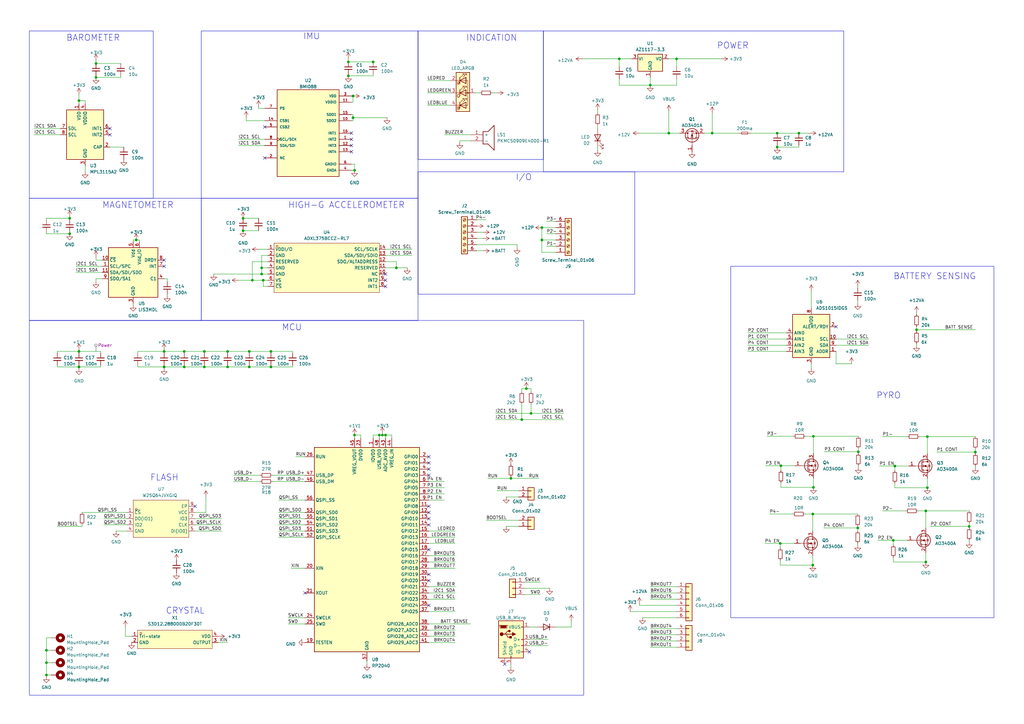
<source format=kicad_sch>
(kicad_sch (version 20230121) (generator eeschema)
  (paper "A3")
  (title_block (title "LYRA Flight Computer V3") (date "2023-11-23") (rev "0") (company "Polaris Rocketry Systems"))
  (junction (at 75.565 150.495))
  (junction (at 352.044 185.293))
  (junction (at 318.77 54.61))
  (junction (at 213.995 172.085))
  (junction (at 274.32 54.61))
  (junction (at 367.03 191.135))
  (junction (at 83.82 144.145))
  (junction (at 55.88 98.425))
  (junction (at 19.05 271.78))
  (junction (at 144.78 39.37))
  (junction (at 380.365 200.025))
  (junction (at 266.7 34.925))
  (junction (at 93.345 150.495))
  (junction (at 320.04 222.885))
  (junction (at 39.37 26.035))
  (junction (at 351.79 216.535))
  (junction (at 39.37 31.75))
  (junction (at 99.695 89.535))
  (junction (at 153.035 25.4))
  (junction (at 155.575 178.435))
  (junction (at 32.385 41.275))
  (junction (at 222.25 93.345))
  (junction (at 28.575 95.885))
  (junction (at 142.875 31.115))
  (junction (at 19.05 276.86))
  (junction (at 215.9 159.385))
  (junction (at 320.294 191.008))
  (junction (at 222.25 98.425))
  (junction (at 333.629 178.943))
  (junction (at 400.05 185.42))
  (junction (at 102.235 144.145))
  (junction (at 67.31 150.495))
  (junction (at 366.395 221.615))
  (junction (at 333.629 199.898))
  (junction (at 28.575 89.535))
  (junction (at 102.235 150.495))
  (junction (at 19.05 266.7))
  (junction (at 145.415 69.85))
  (junction (at 83.82 150.495))
  (junction (at 379.73 230.505))
  (junction (at 32.385 150.495))
  (junction (at 217.805 169.545))
  (junction (at 333.375 210.82))
  (junction (at 327.66 54.61))
  (junction (at 103.505 114.935))
  (junction (at 144.78 48.26))
  (junction (at 380.365 179.07))
  (junction (at 375.92 135.255))
  (junction (at 111.125 150.495))
  (junction (at 145.415 178.435))
  (junction (at 397.51 215.9))
  (junction (at 277.495 24.13))
  (junction (at 107.315 109.855))
  (junction (at 107.315 112.395))
  (junction (at 142.875 25.4))
  (junction (at 67.31 144.145))
  (junction (at 333.375 231.775))
  (junction (at 107.95 114.935))
  (junction (at 75.565 144.145))
  (junction (at 32.385 144.145))
  (junction (at 156.845 178.435))
  (junction (at 318.77 60.325))
  (junction (at 292.1 54.61))
  (junction (at 209.55 196.215))
  (junction (at 254 24.13))
  (junction (at 379.73 209.55))
  (junction (at 111.125 144.145))
  (junction (at 93.345 144.145))
  (junction (at 162.56 109.855))
  (junction (at 158.115 178.435))
  (junction (at 99.695 94.615))
  (no_connect (at 80.01 207.645))
  (no_connect (at 144.145 57.15))
  (no_connect (at 175.895 194.945))
  (no_connect (at 175.895 248.285))
  (no_connect (at 175.895 189.865))
  (no_connect (at 175.895 215.265))
  (no_connect (at 175.895 238.125))
  (no_connect (at 108.585 64.77))
  (no_connect (at 45.085 55.245))
  (no_connect (at 207.01 272.415))
  (no_connect (at 217.17 267.335))
  (no_connect (at 108.585 52.07))
  (no_connect (at 144.145 54.61))
  (no_connect (at 342.9 133.985))
  (no_connect (at 175.895 192.405))
  (no_connect (at 67.31 109.22))
  (no_connect (at 125.095 243.205))
  (no_connect (at 175.895 235.585))
  (no_connect (at 175.895 210.185))
  (no_connect (at 158.115 117.475))
  (no_connect (at 175.895 212.725))
  (no_connect (at 67.31 106.68))
  (no_connect (at 158.115 112.395))
  (no_connect (at 45.085 52.705))
  (no_connect (at 175.895 225.425))
  (no_connect (at 144.145 59.69))
  (no_connect (at 175.895 187.325))
  (no_connect (at 144.145 62.23))
  (no_connect (at 158.115 114.935))
  (no_connect (at 175.895 207.645))
  (wire (pts (xy 106.045 102.235) (xy 109.855 102.235)))
  (wire (pts (xy 39.37 24.765) (xy 39.37 26.035)))
  (wire (pts (xy 121.285 187.325) (xy 125.095 187.325)))
  (wire (pts (xy 320.294 199.898) (xy 333.629 199.898)))
  (wire (pts (xy 212.725 215.9) (xy 207.645 215.9)))
  (wire (pts (xy 352.044 191.008) (xy 352.044 191.643)))
  (wire (pts (xy 209.55 196.215) (xy 220.98 196.215)))
  (wire (pts (xy 366.395 230.505) (xy 366.395 228.6)))
  (wire (pts (xy 222.25 98.425) (xy 222.25 103.505)))
  (wire (pts (xy 97.79 114.935) (xy 103.505 114.935)))
  (wire (pts (xy 175.895 250.825) (xy 186.69 250.825)))
  (wire (pts (xy 277.495 260.35) (xy 266.7 260.35)))
  (wire (pts (xy 274.32 45.72) (xy 274.32 54.61)))
  (wire (pts (xy 68.58 120.65) (xy 68.58 121.285)))
  (wire (pts (xy 182.245 200.025) (xy 175.895 200.025)))
  (wire (pts (xy 306.705 136.525) (xy 322.58 136.525)))
  (wire (pts (xy 397.51 221.615) (xy 397.51 222.25)))
  (wire (pts (xy 209.55 272.415) (xy 209.55 273.685)))
  (wire (pts (xy 188.595 57.785) (xy 193.04 57.785)))
  (wire (pts (xy 145.415 67.31) (xy 145.415 69.85)))
  (wire (pts (xy 153.035 179.705) (xy 153.035 178.435)))
  (wire (pts (xy 360.045 221.615) (xy 366.395 221.615)))
  (wire (pts (xy 118.11 253.365) (xy 125.095 253.365)))
  (wire (pts (xy 93.345 144.145) (xy 102.235 144.145)))
  (wire (pts (xy 19.05 271.78) (xy 19.05 266.7)))
  (wire (pts (xy 147.955 178.435) (xy 147.955 179.705)))
  (wire (pts (xy 49.53 31.115) (xy 49.53 31.75)))
  (wire (pts (xy 175.895 233.045) (xy 186.69 233.045)))
  (wire (pts (xy 277.495 24.13) (xy 277.495 27.305)))
  (wire (pts (xy 195.58 97.79) (xy 198.12 97.79)))
  (wire (pts (xy 213.995 159.385) (xy 215.9 159.385)))
  (wire (pts (xy 182.386 55.2537) (xy 189.865 55.2537)))
  (wire (pts (xy 175.895 245.745) (xy 186.69 245.745)))
  (wire (pts (xy 80.01 212.725) (xy 90.805 212.725)))
  (wire (pts (xy 109.855 107.315) (xy 103.505 107.315)))
  (wire (pts (xy 144.145 49.53) (xy 144.78 49.53)))
  (wire (pts (xy 56.515 144.145) (xy 67.31 144.145)))
  (wire (pts (xy 292.1 46.355) (xy 292.1 54.61)))
  (wire (pts (xy 142.875 30.48) (xy 142.875 31.115)))
  (wire (pts (xy 351.79 123.19) (xy 351.79 124.46)))
  (wire (pts (xy 212.09 100.33) (xy 195.58 100.33)))
  (wire (pts (xy 125.095 233.045) (xy 119.38 233.045)))
  (wire (pts (xy 352.044 185.293) (xy 352.044 185.928)))
  (wire (pts (xy 111.125 144.145) (xy 120.015 144.145)))
  (wire (pts (xy 114.3 217.805) (xy 125.095 217.805)))
  (wire (pts (xy 175.895 255.905) (xy 193.04 255.905)))
  (wire (pts (xy 222.25 93.345) (xy 227.965 93.345)))
  (wire (pts (xy 32.385 41.275) (xy 32.385 42.545)))
  (wire (pts (xy 45.085 60.325) (xy 50.8 60.325)))
  (wire (pts (xy 55.88 98.425) (xy 57.15 98.425)))
  (wire (pts (xy 201.93 38.1) (xy 203.835 38.1)))
  (wire (pts (xy 39.37 106.68) (xy 41.91 106.68)))
  (wire (pts (xy 75.565 144.145) (xy 83.82 144.145)))
  (wire (pts (xy 111.76 197.485) (xy 125.095 197.485)))
  (wire (pts (xy 114.3 212.725) (xy 125.095 212.725)))
  (wire (pts (xy 351.79 215.9) (xy 351.79 216.535)))
  (wire (pts (xy 108.585 59.69) (xy 97.79 59.69)))
  (wire (pts (xy 39.37 115.57) (xy 39.37 114.3)))
  (wire (pts (xy 158.115 107.315) (xy 162.56 107.315)))
  (wire (pts (xy 19.05 266.7) (xy 20.955 266.7)))
  (wire (pts (xy 342.9 141.605) (xy 356.235 141.605)))
  (wire (pts (xy 103.505 107.315) (xy 103.505 114.935)))
  (wire (pts (xy 195.58 95.25) (xy 198.12 95.25)))
  (wire (pts (xy 56.515 150.495) (xy 56.515 149.86)))
  (wire (pts (xy 254 24.13) (xy 259.08 24.13)))
  (wire (pts (xy 19.05 277.495) (xy 19.05 276.86)))
  (wire (pts (xy 111.125 150.495) (xy 111.125 149.86)))
  (wire (pts (xy 361.95 179.07) (xy 372.11 179.07)))
  (wire (pts (xy 107.95 114.935) (xy 109.855 114.935)))
  (wire (pts (xy 330.454 178.943) (xy 333.629 178.943)))
  (wire (pts (xy 42.545 212.725) (xy 52.07 212.725)))
  (wire (pts (xy 175.895 222.885) (xy 186.69 222.885)))
  (wire (pts (xy 217.17 262.255) (xy 224.79 262.255)))
  (wire (pts (xy 379.73 226.695) (xy 379.73 230.505)))
  (wire (pts (xy 32.385 144.145) (xy 41.275 144.145)))
  (wire (pts (xy 19.05 276.86) (xy 19.05 271.78)))
  (wire (pts (xy 263.525 253.365) (xy 277.495 253.365)))
  (wire (pts (xy 145.415 178.435) (xy 145.415 179.705)))
  (wire (pts (xy 195.58 102.87) (xy 198.12 102.87)))
  (wire (pts (xy 320.04 224.79) (xy 320.04 222.885)))
  (wire (pts (xy 67.31 144.145) (xy 67.31 144.78)))
  (wire (pts (xy 107.315 112.395) (xy 109.855 112.395)))
  (wire (pts (xy 32.385 143.51) (xy 32.385 144.145)))
  (wire (pts (xy 162.56 109.855) (xy 167.005 109.855)))
  (wire (pts (xy 333.629 178.943) (xy 333.629 185.928)))
  (wire (pts (xy 83.82 150.495) (xy 93.345 150.495)))
  (wire (pts (xy 120.015 150.495) (xy 120.015 149.86)))
  (wire (pts (xy 162.56 109.855) (xy 162.56 107.315)))
  (wire (pts (xy 366.395 221.615) (xy 372.11 221.615)))
  (wire (pts (xy 19.05 266.7) (xy 19.05 261.62)))
  (wire (pts (xy 333.375 227.965) (xy 333.375 231.775)))
  (wire (pts (xy 93.345 263.525) (xy 89.535 263.525)))
  (wire (pts (xy 234.315 254.635) (xy 234.315 257.175)))
  (wire (pts (xy 238.76 24.13) (xy 254 24.13)))
  (wire (pts (xy 380.365 200.025) (xy 367.03 200.025)))
  (wire (pts (xy 266.7 31.75) (xy 266.7 34.925)))
  (wire (pts (xy 158.115 178.435) (xy 160.655 178.435)))
  (wire (pts (xy 215.265 238.76) (xy 221.615 238.76)))
  (wire (pts (xy 114.3 210.185) (xy 125.095 210.185)))
  (wire (pts (xy 217.17 264.795) (xy 224.79 264.795)))
  (wire (pts (xy 75.565 150.495) (xy 83.82 150.495)))
  (wire (pts (xy 222.25 93.345) (xy 222.25 98.425)))
  (wire (pts (xy 361.95 209.55) (xy 371.475 209.55)))
  (wire (pts (xy 376.555 209.55) (xy 379.73 209.55)))
  (wire (pts (xy 277.495 265.43) (xy 266.7 265.43)))
  (wire (pts (xy 153.035 178.435) (xy 155.575 178.435)))
  (wire (pts (xy 274.32 54.61) (xy 278.765 54.61)))
  (wire (pts (xy 209.55 195.58) (xy 209.55 196.215)))
  (wire (pts (xy 175.26 43.18) (xy 184.785 43.18)))
  (wire (pts (xy 107.315 104.775) (xy 107.315 109.855)))
  (wire (pts (xy 327.66 60.325) (xy 318.77 60.325)))
  (wire (pts (xy 67.31 143.51) (xy 67.31 144.145)))
  (wire (pts (xy 32.385 38.735) (xy 32.385 41.275)))
  (wire (pts (xy 67.31 150.495) (xy 75.565 150.495)))
  (wire (pts (xy 245.11 60.325) (xy 245.11 61.595)))
  (wire (pts (xy 67.31 150.495) (xy 67.31 151.13)))
  (wire (pts (xy 215.265 243.84) (xy 221.615 243.84)))
  (wire (pts (xy 75.565 144.145) (xy 75.565 144.78)))
  (wire (pts (xy 41.275 150.495) (xy 41.275 149.86)))
  (wire (pts (xy 306.705 139.065) (xy 322.58 139.065)))
  (wire (pts (xy 93.345 150.495) (xy 102.235 150.495)))
  (wire (pts (xy 41.275 144.145) (xy 41.275 144.78)))
  (wire (pts (xy 189.865 55.245) (xy 193.04 55.245)))
  (wire (pts (xy 102.235 150.495) (xy 102.235 149.86)))
  (wire (pts (xy 142.875 25.4) (xy 153.035 25.4)))
  (wire (pts (xy 332.74 119.38) (xy 332.74 126.365)))
  (wire (pts (xy 217.17 257.175) (xy 220.345 257.175)))
  (wire (pts (xy 338.074 185.293) (xy 352.044 185.293)))
  (wire (pts (xy 377.19 179.07) (xy 380.365 179.07)))
  (wire (pts (xy 213.995 165.735) (xy 213.995 172.085)))
  (wire (pts (xy 158.75 48.26) (xy 144.78 48.26)))
  (wire (pts (xy 106.045 89.535) (xy 99.695 89.535)))
  (wire (pts (xy 19.05 271.78) (xy 20.955 271.78)))
  (wire (pts (xy 103.505 114.935) (xy 107.95 114.935)))
  (wire (pts (xy 375.92 135.255) (xy 375.92 135.89)))
  (wire (pts (xy 153.035 30.48) (xy 153.035 31.115)))
  (wire (pts (xy 189.865 55.2537) (xy 189.865 55.245)))
  (wire (pts (xy 39.37 31.75) (xy 49.53 31.75)))
  (wire (pts (xy 375.92 135.255) (xy 400.05 135.255)))
  (wire (pts (xy 28.575 95.25) (xy 28.575 95.885)))
  (wire (pts (xy 68.58 114.3) (xy 68.58 115.57)))
  (wire (pts (xy 277.495 240.665) (xy 266.7 240.665)))
  (wire (pts (xy 155.575 178.435) (xy 155.575 179.705)))
  (wire (pts (xy 111.125 144.145) (xy 111.125 144.78)))
  (wire (pts (xy 67.31 114.3) (xy 68.58 114.3)))
  (wire (pts (xy 400.05 191.135) (xy 400.05 191.77)))
  (wire (pts (xy 114.3 220.345) (xy 125.095 220.345)))
  (wire (pts (xy 175.895 230.505) (xy 186.69 230.505)))
  (wire (pts (xy 23.495 144.145) (xy 23.495 144.78)))
  (wire (pts (xy 199.39 90.17) (xy 195.58 90.17)))
  (wire (pts (xy 277.495 32.385) (xy 277.495 34.925)))
  (wire (pts (xy 234.315 257.175) (xy 227.965 257.175)))
  (wire (pts (xy 175.26 38.1) (xy 184.785 38.1)))
  (wire (pts (xy 315.595 210.82) (xy 325.12 210.82)))
  (wire (pts (xy 381.635 215.9) (xy 397.51 215.9)))
  (wire (pts (xy 87.63 112.395) (xy 107.315 112.395)))
  (wire (pts (xy 351.79 117.475) (xy 351.79 118.11)))
  (wire (pts (xy 158.115 178.435) (xy 158.115 179.705)))
  (wire (pts (xy 222.25 98.425) (xy 227.965 98.425)))
  (wire (pts (xy 144.145 41.91) (xy 144.78 41.91)))
  (wire (pts (xy 32.385 150.495) (xy 41.275 150.495)))
  (wire (pts (xy 150.495 272.415) (xy 150.495 271.145)))
  (wire (pts (xy 83.82 144.145) (xy 93.345 144.145)))
  (wire (pts (xy 330.2 210.82) (xy 333.375 210.82)))
  (wire (pts (xy 254 32.385) (xy 254 34.925)))
  (wire (pts (xy 212.725 213.36) (xy 199.39 213.36)))
  (wire (pts (xy 217.805 159.385) (xy 217.805 160.655)))
  (wire (pts (xy 34.925 42.545) (xy 34.925 41.275)))
  (wire (pts (xy 95.885 194.945) (xy 106.68 194.945)))
  (wire (pts (xy 28.575 89.535) (xy 28.575 90.17)))
  (wire (pts (xy 39.37 31.115) (xy 39.37 31.75)))
  (wire (pts (xy 51.435 260.985) (xy 53.975 260.985)))
  (wire (pts (xy 108.585 57.15) (xy 97.79 57.15)))
  (wire (pts (xy 153.035 25.4) (xy 153.67 25.4)))
  (wire (pts (xy 142.875 31.115) (xy 153.035 31.115)))
  (wire (pts (xy 203.2 169.545) (xy 217.805 169.545)))
  (wire (pts (xy 351.79 222.885) (xy 351.79 223.52)))
  (wire (pts (xy 277.495 243.205) (xy 266.7 243.205)))
  (wire (pts (xy 100.965 48.26) (xy 100.965 49.53)))
  (wire (pts (xy 175.26 33.02) (xy 184.785 33.02)))
  (wire (pts (xy 39.37 105.41) (xy 39.37 106.68)))
  (wire (pts (xy 175.895 243.205) (xy 186.69 243.205)))
  (wire (pts (xy 120.015 144.145) (xy 120.015 144.78)))
  (wire (pts (xy 19.05 261.62) (xy 20.955 261.62)))
  (wire (pts (xy 175.895 258.445) (xy 186.69 258.445)))
  (wire (pts (xy 75.565 150.495) (xy 75.565 149.86)))
  (wire (pts (xy 397.51 215.9) (xy 397.51 216.535)))
  (wire (pts (xy 380.365 179.07) (xy 400.05 179.07)))
  (wire (pts (xy 34.925 70.485) (xy 34.925 67.945)))
  (wire (pts (xy 41.91 109.22) (xy 31.115 109.22)))
  (wire (pts (xy 83.82 144.145) (xy 83.82 144.78)))
  (wire (pts (xy 375.92 128.27) (xy 375.92 128.905)))
  (wire (pts (xy 84.455 210.185) (xy 80.01 210.185)))
  (wire (pts (xy 39.37 114.3) (xy 41.91 114.3)))
  (wire (pts (xy 277.495 245.745) (xy 266.7 245.745)))
  (wire (pts (xy 188.595 58.42) (xy 188.595 57.785)))
  (wire (pts (xy 224.155 100.965) (xy 227.965 100.965)))
  (wire (pts (xy 360.68 191.135) (xy 367.03 191.135)))
  (wire (pts (xy 32.385 150.495) (xy 32.385 151.13)))
  (wire (pts (xy 266.7 34.925) (xy 277.495 34.925)))
  (wire (pts (xy 277.495 257.81) (xy 266.7 257.81)))
  (wire (pts (xy 351.79 216.535) (xy 351.79 217.805)))
  (wire (pts (xy 41.91 111.76) (xy 31.115 111.76)))
  (wire (pts (xy 175.895 220.345) (xy 186.69 220.345)))
  (wire (pts (xy 19.05 89.535) (xy 19.05 90.17)))
  (wire (pts (xy 23.495 215.9) (xy 33.655 215.9)))
  (wire (pts (xy 224.155 95.885) (xy 227.965 95.885)))
  (wire (pts (xy 342.9 149.225) (xy 349.25 149.225)))
  (wire (pts (xy 54.61 124.46) (xy 54.61 125.095)))
  (wire (pts (xy 118.11 255.905) (xy 125.095 255.905)))
  (wire (pts (xy 245.11 45.085) (xy 245.11 46.355)))
  (wire (pts (xy 28.575 95.885) (xy 19.05 95.885)))
  (wire (pts (xy 24.765 52.705) (xy 13.97 52.705)))
  (wire (pts (xy 213.995 159.385) (xy 213.995 160.655)))
  (wire (pts (xy 93.345 150.495) (xy 93.345 149.86)))
  (wire (pts (xy 375.92 133.985) (xy 375.92 135.255)))
  (wire (pts (xy 47.625 217.805) (xy 52.07 217.805)))
  (wire (pts (xy 380.365 179.07) (xy 380.365 186.055)))
  (wire (pts (xy 158.115 109.855) (xy 162.56 109.855)))
  (wire (pts (xy 367.03 200.025) (xy 367.03 198.12)))
  (wire (pts (xy 400.05 184.15) (xy 400.05 185.42)))
  (wire (pts (xy 144.145 46.99) (xy 144.78 46.99)))
  (wire (pts (xy 42.545 215.265) (xy 52.07 215.265)))
  (wire (pts (xy 274.32 24.13) (xy 277.495 24.13)))
  (wire (pts (xy 314.579 178.943) (xy 325.374 178.943)))
  (wire (pts (xy 366.395 223.52) (xy 366.395 221.615)))
  (wire (pts (xy 111.76 194.945) (xy 125.095 194.945)))
  (wire (pts (xy 262.255 248.285) (xy 277.495 248.285)))
  (wire (pts (xy 158.115 104.775) (xy 168.91 104.775)))
  (wire (pts (xy 83.82 150.495) (xy 83.82 149.86)))
  (wire (pts (xy 51.435 257.175) (xy 51.435 260.985)))
  (wire (pts (xy 277.495 262.89) (xy 266.7 262.89)))
  (wire (pts (xy 222.25 103.505) (xy 227.965 103.505)))
  (wire (pts (xy 217.805 169.545) (xy 231.14 169.545)))
  (wire (pts (xy 254 24.13) (xy 254 27.305)))
  (wire (pts (xy 19.05 95.25) (xy 19.05 95.885)))
  (wire (pts (xy 367.03 191.135) (xy 372.745 191.135)))
  (wire (pts (xy 56.515 144.145) (xy 56.515 144.78)))
  (wire (pts (xy 155.575 178.435) (xy 156.845 178.435)))
  (wire (pts (xy 106.045 94.615) (xy 99.695 94.615)))
  (wire (pts (xy 306.705 144.145) (xy 322.58 144.145)))
  (wire (pts (xy 333.375 210.82) (xy 333.375 217.805)))
  (wire (pts (xy 313.944 191.008) (xy 320.294 191.008)))
  (wire (pts (xy 24.765 55.245) (xy 13.97 55.245)))
  (wire (pts (xy 33.655 210.185) (xy 52.07 210.185)))
  (wire (pts (xy 277.495 24.13) (xy 295.91 24.13)))
  (wire (pts (xy 144.78 41.91) (xy 144.78 39.37)))
  (wire (pts (xy 327.66 54.61) (xy 318.77 54.61)))
  (wire (pts (xy 224.155 90.805) (xy 227.965 90.805)))
  (wire (pts (xy 333.629 196.088) (xy 333.629 199.898)))
  (wire (pts (xy 258.445 250.825) (xy 277.495 250.825)))
  (wire (pts (xy 333.629 178.943) (xy 352.044 178.943)))
  (wire (pts (xy 156.845 177.8) (xy 156.845 178.435)))
  (wire (pts (xy 379.73 209.55) (xy 379.73 216.535)))
  (wire (pts (xy 333.375 210.82) (xy 351.79 210.82)))
  (wire (pts (xy 107.315 109.855) (xy 107.315 112.395)))
  (wire (pts (xy 111.125 150.495) (xy 120.015 150.495)))
  (wire (pts (xy 80.01 215.265) (xy 90.805 215.265)))
  (wire (pts (xy 342.9 144.145) (xy 342.9 149.225)))
  (wire (pts (xy 102.235 144.145) (xy 102.235 144.78)))
  (wire (pts (xy 55.88 98.425) (xy 54.61 98.425)))
  (wire (pts (xy 54.61 98.425) (xy 54.61 99.06)))
  (wire (pts (xy 215.9 159.385) (xy 217.805 159.385)))
  (wire (pts (xy 332.74 149.225) (xy 332.74 151.13)))
  (wire (pts (xy 144.78 46.99) (xy 144.78 48.26)))
  (wire (pts (xy 109.855 104.775) (xy 107.315 104.775)))
  (wire (pts (xy 262.255 247.65) (xy 262.255 248.285)))
  (wire (pts (xy 262.255 54.61) (xy 274.32 54.61)))
  (wire (pts (xy 352.044 184.023) (xy 352.044 185.293)))
  (wire (pts (xy 67.31 144.145) (xy 75.565 144.145)))
  (wire (pts (xy 320.294 191.008) (xy 326.009 191.008)))
  (wire (pts (xy 307.975 54.61) (xy 318.77 54.61)))
  (wire (pts (xy 182.245 202.565) (xy 175.895 202.565)))
  (wire (pts (xy 23.495 150.495) (xy 32.385 150.495)))
  (wire (pts (xy 28.575 88.9) (xy 28.575 89.535)))
  (wire (pts (xy 67.31 150.495) (xy 56.515 150.495)))
  (wire (pts (xy 109.855 109.855) (xy 107.315 109.855)))
  (wire (pts (xy 80.01 217.805) (xy 90.805 217.805)))
  (wire (pts (xy 39.37 26.035) (xy 49.53 26.035)))
  (wire (pts (xy 32.385 150.495) (xy 32.385 149.86)))
  (wire (pts (xy 144.145 39.37) (xy 144.78 39.37)))
  (wire (pts (xy 93.345 144.145) (xy 93.345 144.78)))
  (wire (pts (xy 213.995 172.085) (xy 231.14 172.085)))
  (wire (pts (xy 34.925 41.275) (xy 32.385 41.275)))
  (wire (pts (xy 182.245 197.485) (xy 175.895 197.485)))
  (wire (pts (xy 158.115 102.235) (xy 168.91 102.235)))
  (wire (pts (xy 217.805 165.735) (xy 217.805 169.545)))
  (wire (pts (xy 32.385 144.145) (xy 32.385 144.78)))
  (wire (pts (xy 142.875 24.13) (xy 142.875 25.4)))
  (wire (pts (xy 313.69 222.885) (xy 320.04 222.885)))
  (wire (pts (xy 84.455 203.835) (xy 84.455 210.185)))
  (wire (pts (xy 144.145 69.85) (xy 145.415 69.85)))
  (wire (pts (xy 23.495 150.495) (xy 23.495 149.86)))
  (wire (pts (xy 144.145 67.31) (xy 145.415 67.31)))
  (wire (pts (xy 320.294 192.913) (xy 320.294 191.008)))
  (wire (pts (xy 156.845 178.435) (xy 158.115 178.435)))
  (wire (pts (xy 182.245 205.105) (xy 175.895 205.105)))
  (wire (pts (xy 114.3 215.265) (xy 125.095 215.265)))
  (wire (pts (xy 333.375 231.775) (xy 320.04 231.775)))
  (wire (pts (xy 33.655 215.9) (xy 33.655 215.265)))
  (wire (pts (xy 203.2 172.085) (xy 213.995 172.085)))
  (wire (pts (xy 23.495 144.145) (xy 32.385 144.145)))
  (wire (pts (xy 19.05 89.535) (xy 28.575 89.535)))
  (wire (pts (xy 100.965 49.53) (xy 108.585 49.53)))
  (wire (pts (xy 245.11 52.705) (xy 245.11 51.435)))
  (wire (pts (xy 207.645 203.835) (xy 212.725 203.835)))
  (wire (pts (xy 57.15 98.425) (xy 57.15 99.06)))
  (wire (pts (xy 380.365 196.215) (xy 380.365 200.025)))
  (wire (pts (xy 175.895 217.805) (xy 186.69 217.805)))
  (wire (pts (xy 367.03 193.04) (xy 367.03 191.135)))
  (wire (pts (xy 102.235 144.145) (xy 111.125 144.145)))
  (wire (pts (xy 194.945 38.1) (xy 196.85 38.1)))
  (wire (pts (xy 203.835 201.295) (xy 212.725 201.295)))
  (wire (pts (xy 292.1 54.61) (xy 302.895 54.61)))
  (wire (pts (xy 109.855 117.475) (xy 107.95 117.475)))
  (wire (pts (xy 144.78 48.26) (xy 144.78 49.53)))
  (wire (pts (xy 379.73 230.505) (xy 366.395 230.505)))
  (wire (pts (xy 397.51 214.63) (xy 397.51 215.9)))
  (wire (pts (xy 342.9 139.065) (xy 356.235 139.065)))
  (wire (pts (xy 212.09 101.6) (xy 212.09 100.33)))
  (wire (pts (xy 106.045 44.45) (xy 108.585 44.45)))
  (wire (pts (xy 327.66 59.69) (xy 327.66 60.325)))
  (wire (pts (xy 175.895 263.525) (xy 186.69 263.525)))
  (wire (pts (xy 67.31 150.495) (xy 67.31 149.86)))
  (wire (pts (xy 254 34.925) (xy 266.7 34.925)))
  (wire (pts (xy 379.73 209.55) (xy 397.51 209.55)))
  (wire (pts (xy 320.04 222.885) (xy 325.755 222.885)))
  (wire (pts (xy 160.655 178.435) (xy 160.655 179.705)))
  (wire (pts (xy 145.415 178.435) (xy 147.955 178.435)))
  (wire (pts (xy 106.045 44.45) (xy 106.045 43.815)))
  (wire (pts (xy 175.895 227.965) (xy 186.69 227.965)))
  (wire (pts (xy 175.895 260.985) (xy 186.69 260.985)))
  (wire (pts (xy 95.885 197.485) (xy 106.68 197.485)))
  (wire (pts (xy 318.77 59.69) (xy 318.77 60.325)))
  (wire (pts (xy 200.025 196.215) (xy 209.55 196.215)))
  (wire (pts (xy 288.925 54.61) (xy 292.1 54.61)))
  (wire (pts (xy 332.105 54.61) (xy 327.66 54.61)))
  (wire (pts (xy 375.92 140.97) (xy 375.92 141.605)))
  (wire (pts (xy 400.05 185.42) (xy 400.05 186.055)))
  (wire (pts (xy 215.265 241.3) (xy 225.425 241.3)))
  (wire (pts (xy 107.95 117.475) (xy 107.95 114.935)))
  (wire (pts (xy 102.235 150.495) (xy 111.125 150.495)))
  (wire (pts (xy 19.05 276.86) (xy 20.955 276.86)))
  (wire (pts (xy 320.04 231.775) (xy 320.04 229.87)))
  (wire (pts (xy 337.82 216.535) (xy 351.79 216.535)))
  (wire (pts (xy 175.895 240.665) (xy 186.69 240.665)))
  (wire (pts (xy 114.3 205.105) (xy 125.095 205.105)))
  (wire (pts (xy 384.175 185.42) (xy 400.05 185.42)))
  (wire (pts (xy 320.294 199.898) (xy 320.294 197.993)))
  (wire (pts (xy 306.705 141.605) (xy 322.58 141.605)))
  (rectangle (start 299.72 109.22) (end 407.67 253.365))
  (rectangle (start 12.065 12.7) (end 62.865 81.28))
  (rectangle (start 82.55 81.28) (end 171.45 131.445))
  (rectangle (start 12.065 131.445) (end 239.395 285.115))
  (rectangle (start 222.885 12.7) (end 346.075 70.485))
  (rectangle (start 12.065 81.28) (end 82.55 131.445))
  (rectangle (start 171.45 70.485) (end 260.35 120.65))
  (rectangle (start 171.45 12.7) (end 222.885 65.405))
  (rectangle (start 82.55 12.7) (end 171.45 81.28))
  (text "HIGH-G ACCELEROMETER" (at 118.11 85.725 0) (effects (font (size 2.54 2.54)) (justify left bottom)))
  (text "MAGNETOMETER" (at 41.91 85.725 0) (effects (font (size 2.54 2.54)) (justify left bottom)))
  (text "I/O" (at 211.455 74.295 0) (effects (font (size 2.54 2.54)) (justify left bottom)))
  (text "CRYSTAL" (at 67.945 252.095 0) (effects (font (size 2.54 2.54)) (justify left bottom)))
  (text "FLASH" (at 61.595 197.485 0) (effects (font (size 2.54 2.54)) (justify left bottom)))
  (text "IMU" (at 124.319 16.5013 0) (effects (font (size 2.54 2.54)) (justify left bottom)))
  (text "POWER\n" (at 294.005 20.32 0) (effects (font (size 2.54 2.54)) (justify left bottom)))
  (text "BATTERY SENSING" (at 366.395 114.935 0) (effects (font (size 2.54 2.54)) (justify left bottom)))
  (text "INDICATION" (at 191.135 17.145 0) (effects (font (size 2.54 2.54)) (justify left bottom)))
  (text "MCU" (at 115.57 135.89 0) (effects (font (size 2.54 2.54)) (justify left bottom)))
  (text "PYRO" (at 359.41 163.83 0) (effects (font (size 2.54 2.54)) (justify left bottom)))
  (text "BAROMETER" (at 27.164 17.1363 0) (effects (font (size 2.54 2.54)) (justify left bottom)))
  (label "I2C1 SCL" (at 203.2 172.085 0))
  (label "BRKOUT6" (at 186.69 230.505 180))
  (label "XIN" (at 93.345 263.525 180))
  (label "I2C1 SDA" (at 97.79 59.69 0))
  (label "SWD" (at 118.11 255.905 0))
  (label "P2-" (at 224.155 95.885 0))
  (label "USB_D-" (at 224.79 264.795 180))
  (label "I2C1 SDA" (at 168.91 104.775 180))
  (label "I2C1 SDA" (at 31.115 111.76 0))
  (label "P1 EN " (at 360.68 191.135 0))
  (label "P2-" (at 361.95 209.55 0))
  (label "RUN" (at 220.98 196.215 180))
  (label "QSPI_SD1" (at 42.545 212.725 0))
  (label "BRKOUT5" (at 186.69 227.965 180))
  (label "QSPI_SS" (at 40.005 210.185 0))
  (label "QSPI_SCLK" (at 114.3 220.345 0))
  (label "BRKOUT7" (at 186.69 233.045 180))
  (label "BUZZER" (at 186.69 240.665 180))
  (label "P2 CONT " (at 306.705 136.525 0))
  (label "BRKOUT2" (at 186.69 258.445 180))
  (label "QSPI_SD2" (at 114.3 215.265 0))
  (label "P1 CONT " (at 306.705 139.065 0))
  (label "BOOTSEL" (at 199.39 213.36 0))
  (label "I2C1 SDA" (at 13.97 52.705 0))
  (label "P4 CONT " (at 306.705 141.605 0))
  (label "BRKOUT3" (at 186.69 260.985 180))
  (label "BRKOUT7" (at 266.7 240.665 0))
  (label "BRKOUT2" (at 266.7 262.89 0))
  (label "P1 EN " (at 182.245 205.105 180))
  (label "P1-" (at 224.155 100.965 0))
  (label "BRKOUT6" (at 266.7 243.205 0))
  (label "I2C1 SCL" (at 168.91 102.235 180))
  (label "P2 EN " (at 360.045 221.615 0))
  (label "LEDBLUE" (at 186.69 222.885 180))
  (label "P4-" (at 199.39 90.17 180))
  (label "RP USB_D+" (at 113.665 194.945 0))
  (label "P3 CONT " (at 338.074 185.293 0))
  (label "P4 EN " (at 313.69 222.885 0))
  (label "SWCLK" (at 118.11 253.365 0))
  (label "QSPI_SDO" (at 90.805 217.805 180))
  (label "I2C1 SCL" (at 186.69 245.745 180))
  (label "P4 CONT " (at 337.82 216.535 0))
  (label "I2C1 SDA" (at 231.14 169.545 180))
  (label "BOOTSEL" (at 23.495 215.9 0))
  (label "P4-" (at 315.595 210.82 0))
  (label "USB_D+" (at 224.79 262.255 180))
  (label "P2 EN " (at 182.245 202.565 180))
  (label "LEDRED" (at 186.69 217.805 180))
  (label "XIN" (at 119.38 233.045 0))
  (label "I2C1 SCL" (at 31.115 109.22 0))
  (label "I2C1 SCL" (at 97.79 57.15 0))
  (label "QSPI_SDO" (at 114.3 210.185 0))
  (label "I2C1 SCL" (at 231.14 172.085 180))
  (label "USB_D-" (at 95.885 197.485 0))
  (label "USB_D+" (at 95.885 194.945 0))
  (label "QSPI_SD2" (at 42.545 215.265 0))
  (label "P2 CONT " (at 381.635 215.9 0))
  (label "BATT SENSE " (at 400.05 135.255 180))
  (label "RP USB_D-" (at 113.665 197.485 0))
  (label "LEDRED" (at 175.26 33.02 0))
  (label "LEDGREEN" (at 175.26 38.1 0))
  (label "P1-" (at 361.95 179.07 0))
  (label "QSPI_SD3" (at 114.3 217.805 0))
  (label "LEDBLUE" (at 175.26 43.18 0))
  (label "I2C1 SDA" (at 356.235 141.605 180))
  (label "P3-" (at 314.579 178.943 0))
  (label "BATT SENSE " (at 193.04 255.905 180))
  (label "BRKOUT1" (at 266.7 265.43 0))
  (label "I2C1 SDA" (at 186.69 243.205 180))
  (label "QSPI_SD3" (at 90.805 212.725 180))
  (label "BRKOUT4" (at 186.69 263.525 180))
  (label "P4 EN " (at 182.245 197.485 180))
  (label "BRKOUT1" (at 186.69 250.825 180))
  (label "QSPI_SCLK" (at 90.805 215.265 180))
  (label "P3 CONT " (at 306.705 144.145 0))
  (label "I2C1 SCL" (at 13.97 55.245 0))
  (label "BRKOUT5" (at 266.7 245.745 0))
  (label "I2C1 SDA" (at 203.2 169.545 0))
  (label "RUN" (at 121.285 187.325 0))
  (label "LEDGREEN" (at 186.69 220.345 180))
  (label "BUZZER" (at 182.386 55.2537 0))
  (label "BRKOUT4" (at 266.7 257.81 0))
  (label "P3 EN " (at 182.245 200.025 180))
  (label "QSPI_SS" (at 114.3 205.105 0))
  (label "SWD" (at 221.615 243.84 180))
  (label "SWCLK" (at 221.615 238.76 180))
  (label "QSPI_SD1" (at 114.3 212.725 0))
  (label "RUN" (at 203.835 201.295 0))
  (label "P3-" (at 224.155 90.805 0))
  (label "BRKOUT3" (at 266.7 260.35 0))
  (label "P3 EN " (at 313.944 191.008 0))
  (label "RUN" (at 200.025 196.215 0))
  (label "P1 CONT " (at 384.175 185.42 0))
  (label "I2C1 SCL" (at 356.235 139.065 180))
  (netclass_flag "" (length 2.54) (shape round) (at 39.37 144.145 0) (property "Netclass" "Power" (at 40.0685 141.605 0) (effects (font italic) (justify left))))
  (symbol (lib_id "Connector:USB_B_Micro") (at 209.55 262.255 0) (unit 1)
    (property "Reference" "J7" (at 209.55 250.825 0))
    (property "Value" "USB_B_Micro" (at 209.55 253.365 0))
    (property "Footprint" "easyeda2kicad:MICRO-USB-SMD_U254-051T-4BHJ25-F2S" (effects hide))
    (property "LCSC Part" "C381143" (effects hide))
  )
  (symbol (lib_id "power:+3V3") (at 215.9 159.385 0) (unit 1)
    (property "Reference" "#PWR057" (effects hide))
    (property "Value" "+3V3" (at 215.9 155.575 0))
  )
  (symbol (lib_id "Mechanical:MountingHole_Pad") (at 23.495 261.62 270) (unit 1) (in_bom no)
    (property "Reference" "H1" (at 27.305 260.985 90) (effects (justify left)))
    (property "Value" "MountingHole_Pad" (at 27.305 263.525 90) (effects (justify left)))
    (property "Footprint" "MountingHole:MountingHole_3.2mm_M3_DIN965_Pad" (effects hide))
    (property "Sim.Enable" "0" (effects hide))
  )
  (symbol (lib_id "Device:C_Small") (at 32.385 147.32 0) (unit 1)
    (property "Reference" "C17" (at 34.925 146.6913 0) (effects (justify left)))
    (property "Value" "100n" (at 34.925 149.2313 0) (effects (justify left)))
    (property "Footprint" "Capacitor_SMD:C_0603_1608Metric" (effects hide))
    (property "LCSC Part" "C14663" (effects hide))
  )
  (symbol (lib_id "power:GND") (at 351.79 124.46 0) (unit 1)
    (property "Reference" "#PWR047" (effects hide))
    (property "Value" "GND" (at 351.79 129.54 0))
  )
  (symbol (lib_id "power:GND") (at 167.005 109.855 0) (unit 1)
    (property "Reference" "#PWR040" (effects hide))
    (property "Value" "GND" (at 167.005 114.3 0))
  )
  (symbol (lib_id "Transistor_FET:AO3400A") (at 330.835 222.885 0) (unit 1)
    (property "Reference" "Q5" (at 337.185 221.615 0) (effects (justify left)))
    (property "Value" "AO3400A" (at 337.185 224.155 0) (effects (justify left)))
    (property "Footprint" "Package_TO_SOT_SMD:SOT-23" (effects hide))
    (property "Datasheet" "http://www.aosmd.com/pdfs/datasheet/AO3400A.pdf" (effects hide))
    (property "LCSC Part" "C20917" (effects hide))
  )
  (symbol (lib_id "Device:R_Small") (at 213.995 163.195 0) (unit 1)
    (property "Reference" "R6" (at 211.455 162.56 0) (effects (justify right)))
    (property "Value" "2k2" (at 211.455 165.1 0) (effects (justify right)))
    (property "Footprint" "Resistor_SMD:R_0603_1608Metric" (effects hide))
    (property "LCSC Part" "C4190" (effects hide))
  )
  (symbol (lib_id "Device:R_Small") (at 209.55 193.04 0) (unit 1)
    (property "Reference" "R1" (at 212.09 192.405 0) (effects (justify left)))
    (property "Value" "6k" (at 212.09 194.945 0) (effects (justify left)))
    (property "Footprint" "Resistor_SMD:R_0603_1608Metric" (effects hide))
    (property "LCSC Part" "C4260" (effects hide))
  )
  (symbol (lib_id "power:+3V3") (at 245.11 45.085 0) (unit 1)
    (property "Reference" "#PWR014" (effects hide))
    (property "Value" "+3V3" (at 245.11 41.275 0))
  )
  (symbol (lib_id "power:GND") (at 333.629 199.898 0) (unit 1)
    (property "Reference" "#PWR064" (effects hide))
    (property "Value" "GND" (at 333.629 204.343 0))
  )
  (symbol (lib_id "power:GND") (at 379.73 230.505 0) (unit 1)
    (property "Reference" "#PWR073" (effects hide))
    (property "Value" "GND" (at 379.73 234.95 0))
  )
  (symbol (lib_id "Device:LED") (at 245.11 56.515 90) (unit 1)
    (property "Reference" "D2" (at 241.935 58.7375 90) (effects (justify left)))
    (property "Value" "LED" (at 241.935 56.1975 90) (effects (justify left)))
    (property "Footprint" "LED_SMD:LED_0805_2012Metric" (effects hide))
    (property "LCSC Part" " C2297 " (effects hide))
  )
  (symbol (lib_id "Device:R_Small") (at 33.655 212.725 0) (unit 1)
    (property "Reference" "R22" (at 35.56 212.09 0) (effects (justify left)))
    (property "Value" "1k" (at 35.56 214.63 0) (effects (justify left)))
    (property "Footprint" "Resistor_SMD:R_0603_1608Metric" (effects hide))
    (property "LCSC Part" "C21190" (effects hide))
  )
  (symbol (lib_id "power:GND") (at 400.05 191.77 0) (unit 1)
    (property "Reference" "#PWR061" (effects hide))
    (property "Value" "GND" (at 400.05 196.215 0))
  )
  (symbol (lib_id "Connector_Generic:Conn_01x06") (at 282.575 245.745 0) (unit 1) (in_bom no)
    (property "Reference" "J6" (at 285.115 245.745 0) (effects (justify left)))
    (property "Value" "Conn_01x06" (at 285.115 248.285 0) (effects (justify left)))
    (property "Footprint" "Connector_PinHeader_2.54mm:PinHeader_1x06_P2.54mm_Vertical" (effects hide))
    (property "Sim.Enable" "0" (effects hide))
  )
  (symbol (lib_id "power:+3V3") (at 51.435 257.175 0) (unit 1)
    (property "Reference" "#PWR082" (effects hide))
    (property "Value" "+3V3" (at 51.435 252.095 0))
  )
  (symbol (lib_id "power:+12V") (at 198.12 95.25 270) (unit 1)
    (property "Reference" "#PWR032" (effects hide))
    (property "Value" "+12V" (at 201.93 95.25 90) (effects (justify left)))
  )
  (symbol (lib_id "Device:C_Small") (at 28.575 92.71 0) (unit 1)
    (property "Reference" "C13" (at 31.115 92.0813 0) (effects (justify left)))
    (property "Value" "100n" (at 31.115 94.6213 0) (effects (justify left)))
    (property "Footprint" "Capacitor_SMD:C_0603_1608Metric" (effects hide))
    (property "LCSC Part" "C14663" (effects hide))
  )
  (symbol (lib_id "Device:R_Small") (at 397.51 219.075 0) (unit 1)
    (property "Reference" "R24" (at 400.05 218.44 0) (effects (justify left)))
    (property "Value" "6k" (at 400.05 220.98 0) (effects (justify left)))
    (property "Footprint" "Resistor_SMD:R_0603_1608Metric" (effects hide))
    (property "LCSC Part" "C4260" (effects hide))
  )
  (symbol (lib_id "Mechanical:MountingHole_Pad") (at 23.495 276.86 270) (unit 1) (in_bom no)
    (property "Reference" "H4" (at 27.305 276.225 90) (effects (justify left)))
    (property "Value" "MountingHole_Pad" (at 27.305 278.765 90) (effects (justify left)))
    (property "Footprint" "MountingHole:MountingHole_3.2mm_M3_DIN965_Pad" (effects hide))
    (property "Sim.Enable" "0" (effects hide))
  )
  (symbol (lib_id "Device:R_Small") (at 327.914 178.943 90) (unit 1)
    (property "Reference" "R9" (at 327.914 173.863 90))
    (property "Value" "10R" (at 327.914 176.403 90))
    (property "Footprint" "Resistor_SMD:R_0603_1608Metric" (effects hide))
    (property "LCSC Part" "C22859" (effects hide))
  )
  (symbol (lib_id "Regulator_Linear:AZ1117-3.3") (at 266.7 24.13 0) (unit 1)
    (property "Reference" "U1" (at 266.7 17.78 0))
    (property "Value" "AZ1117-3.3" (at 266.7 20.32 0))
    (property "Footprint" "Package_TO_SOT_SMD:SOT-223" (effects hide))
    (property "Datasheet" "https://www.diodes.com/assets/Datasheets/AZ1117.pdf" (effects hide))
    (property "LCSC Part" "C6186" (effects hide))
  )
  (symbol (lib_id "power:GND") (at 47.625 217.805 0) (unit 1)
    (property "Reference" "#PWR068" (effects hide))
    (property "Value" "GND" (at 47.625 222.25 0))
  )
  (symbol (lib_id "Device:C_Small") (at 120.015 147.32 0) (unit 1)
    (property "Reference" "C26" (at 122.555 146.6913 0) (effects (justify left)))
    (property "Value" "100n" (at 122.555 149.2313 0) (effects (justify left)))
    (property "Footprint" "Capacitor_SMD:C_0603_1608Metric" (effects hide))
    (property "LCSC Part" "C14663" (effects hide))
  )
  (symbol (lib_id "Device:R_Small") (at 351.79 213.36 0) (unit 1)
    (property "Reference" "R23" (at 354.33 212.725 0) (effects (justify left)))
    (property "Value" "20k" (at 354.33 215.265 0) (effects (justify left)))
    (property "Footprint" "Resistor_SMD:R_0603_1608Metric" (effects hide))
    (property "LCSC Part" "C25804" (effects hide))
  )
  (symbol (lib_id "Transistor_FET:AO3400A") (at 331.089 191.008 0) (unit 1)
    (property "Reference" "Q4" (at 337.439 189.738 0) (effects (justify left)))
    (property "Value" "AO3400A" (at 337.439 192.278 0) (effects (justify left)))
    (property "Footprint" "Package_TO_SOT_SMD:SOT-23" (effects hide))
    (property "Datasheet" "http://www.aosmd.com/pdfs/datasheet/AO3400A.pdf" (effects hide))
    (property "LCSC Part" "C20917" (effects hide))
  )
  (symbol (lib_id "power:+3V3") (at 55.88 98.425 0) (unit 1)
    (property "Reference" "#PWR035" (effects hide))
    (property "Value" "+3V3" (at 55.88 95.25 0))
  )
  (symbol (lib_id "power:GND") (at 375.92 141.605 0) (unit 1)
    (property "Reference" "#PWR050" (effects hide))
    (property "Value" "GND" (at 375.92 146.05 0))
  )
  (symbol (lib_id "power:+3V3") (at 351.79 117.475 0) (unit 1)
    (property "Reference" "#PWR044" (effects hide))
    (property "Value" "+3V3" (at 351.79 112.395 0))
  )
  (symbol (lib_id "Device:C_Small") (at 111.125 147.32 0) (unit 1)
    (property "Reference" "C25" (at 113.665 146.6913 0) (effects (justify left)))
    (property "Value" "100n" (at 113.665 149.2313 0) (effects (justify left)))
    (property "Footprint" "Capacitor_SMD:C_0603_1608Metric" (effects hide))
    (property "LCSC Part" "C14663" (effects hide))
  )
  (symbol (lib_id "Device:R_Small") (at 351.79 220.345 0) (unit 1)
    (property "Reference" "R25" (at 354.33 219.71 0) (effects (justify left)))
    (property "Value" "6k" (at 354.33 222.25 0) (effects (justify left)))
    (property "Footprint" "Resistor_SMD:R_0603_1608Metric" (effects hide))
    (property "LCSC Part" "C4260" (effects hide))
  )
  (symbol (lib_id "power:GND") (at 34.925 70.485 0) (unit 1)
    (property "Reference" "#PWR027" (effects hide))
    (property "Value" "GND" (at 34.925 74.93 0))
  )
  (symbol (lib_id "power:GND") (at 332.74 151.13 0) (unit 1)
    (property "Reference" "#PWR056" (effects hide))
    (property "Value" "GND" (at 332.74 156.21 0))
  )
  (symbol (lib_id "power:+3V3") (at 144.78 39.37 270) (unit 1)
    (property "Reference" "#PWR012" (effects hide))
    (property "Value" "+3V3" (at 148.59 40.005 90) (effects (justify left)))
  )
  (symbol (lib_id "Device:C_Small") (at 106.045 92.075 0) (unit 1)
    (property "Reference" "C11" (at 109.22 91.4463 0) (effects (justify left)))
    (property "Value" "100n" (at 109.22 93.9863 0) (effects (justify left)))
    (property "Footprint" "Capacitor_SMD:C_0603_1608Metric" (effects hide))
    (property "LCSC Part" "C14663" (effects hide))
  )
  (symbol (lib_id "power:GND") (at 225.425 241.3 0) (unit 1)
    (property "Reference" "#PWR077" (effects hide))
    (property "Value" "GND" (at 225.425 245.745 0))
  )
  (symbol (lib_id "power:+3V3") (at 84.455 203.835 0) (unit 1)
    (property "Reference" "#PWR065" (effects hide))
    (property "Value" "+3V3" (at 84.455 198.755 0))
  )
  (symbol (lib_id "Connector_Generic:Conn_01x03") (at 210.185 241.3 0) (mirror y) (unit 1)
    (property "Reference" "J5" (at 210.185 233.045 0))
    (property "Value" "Conn_01x03" (at 210.185 235.585 0))
    (property "Footprint" "Connector_PinHeader_2.00mm:PinHeader_1x03_P2.00mm_Vertical" (effects hide))
    (property "LCSC Part" "C160403" (effects hide))
  )
  (symbol (lib_id "power:VBUS") (at 234.315 254.635 0) (unit 1)
    (property "Reference" "#PWR081" (effects hide))
    (property "Value" "VBUS" (at 234.315 249.555 0))
  )
  (symbol (lib_id "Device:C_Small") (at 93.345 147.32 0) (unit 1)
    (property "Reference" "C23" (at 95.885 146.6913 0) (effects (justify left)))
    (property "Value" "100n" (at 95.885 149.2313 0) (effects (justify left)))
    (property "Footprint" "Capacitor_SMD:C_0603_1608Metric" (effects hide))
    (property "LCSC Part" "C14663" (effects hide))
  )
  (symbol (lib_id "power:+3V3") (at 39.37 105.41 0) (unit 1)
    (property "Reference" "#PWR039" (effects hide))
    (property "Value" "+3V3" (at 39.37 102.235 0))
  )
  (symbol (lib_id "power:+3V3") (at 99.695 89.535 0) (unit 1)
    (property "Reference" "#PWR029" (effects hide))
    (property "Value" "+3V3" (at 99.695 85.725 0))
  )
  (symbol (lib_id "Device:C_Small") (at 56.515 147.32 0) (unit 1)
    (property "Reference" "C19" (at 59.055 146.6913 0) (effects (justify left)))
    (property "Value" "1u" (at 59.055 149.2313 0) (effects (justify left)))
    (property "Footprint" "Capacitor_SMD:C_0603_1608Metric" (effects hide))
    (property "LCSC Part" "C15849" (effects hide))
  )
  (symbol (lib_id "easyeda2kicad:ADXL375BCCZ-RL7") (at 133.985 109.855 0) (unit 1)
    (property "Reference" "U4" (at 133.985 95.25 0))
    (property "Value" "ADXL375BCCZ-RL7" (at 133.985 97.79 0))
    (property "Footprint" "easyeda2kicad:LGA-14_L5.0-W3.0-P0.80-BL" (effects hide))
    (property "Datasheet" "https://lcsc.com/product-detail/New-Arrivals_Analog-Devices-ADI-ADXL375BCCZ-RL7_C481898.html" (effects hide))
    (property "LCSC Part" "C481898" (effects hide))
  )
  (symbol (lib_id "Device:C_Small") (at 327.66 57.15 0) (unit 1)
    (property "Reference" "C8" (at 330.2 56.5213 0) (effects (justify left)))
    (property "Value" "1u" (at 330.2 59.0613 0) (effects (justify left)))
    (property "Footprint" "Capacitor_SMD:C_0603_1608Metric" (effects hide))
    (property "LCSC Part" "C15849" (effects hide))
  )
  (symbol (lib_id "Device:C_Small") (at 67.31 147.32 0) (unit 1)
    (property "Reference" "C20" (at 69.85 146.6913 0) (effects (justify left)))
    (property "Value" "100n" (at 69.85 149.2313 0) (effects (justify left)))
    (property "Footprint" "Capacitor_SMD:C_0603_1608Metric" (effects hide))
    (property "LCSC Part" "C14663" (effects hide))
  )
  (symbol (lib_id "power:+3V3") (at 39.37 24.765 0) (unit 1)
    (property "Reference" "#PWR03" (effects hide))
    (property "Value" "+3V3" (at 39.37 21.59 0))
  )
  (symbol (lib_id "power:GND") (at 54.61 125.095 0) (unit 1)
    (property "Reference" "#PWR048" (effects hide))
    (property "Value" "GND" (at 54.61 129.54 0))
  )
  (symbol (lib_id "easyeda2kicad:S3D12.288000B20F30T") (at 71.755 260.985 0) (unit 1)
    (property "Reference" "X1" (at 71.755 253.365 0))
    (property "Value" "S3D12.288000B20F30T" (at 71.755 255.905 0))
    (property "Footprint" "easyeda2kicad:OSC-SMD_4P-L3.2-W2.5-BL_SIT8008BI" (effects hide))
    (property "Datasheet" "https://lcsc.com/product-detail/SMD-Oscillators-XO_Shenzhen-SCTF-Elec-S3D12-288000B20F30T_C387351.html" (effects hide))
    (property "LCSC Part" "C387351" (effects hide))
  )
  (symbol (lib_id "power:GND") (at 283.845 62.23 0) (unit 1)
    (property "Reference" "#PWR024" (effects hide))
    (property "Value" "GND" (at 283.845 67.31 0))
  )
  (symbol (lib_id "power:+12VA") (at 332.105 54.61 270) (unit 1)
    (property "Reference" "#PWR020" (effects hide))
    (property "Value" "+12VA" (at 335.28 55.245 90) (effects (justify left)))
  )
  (symbol (lib_id "power:+12P") (at 222.25 93.345 90) (unit 1)
    (property "Reference" "#PWR030" (effects hide))
    (property "Value" "+12P" (at 219.075 93.345 90) (effects (justify left)))
  )
  (symbol (lib_id "Device:R_Small") (at 352.044 181.483 0) (unit 1)
    (property "Reference" "R11" (at 354.584 180.848 0) (effects (justify left)))
    (property "Value" "20k" (at 354.584 183.388 0) (effects (justify left)))
    (property "Footprint" "Resistor_SMD:R_0603_1608Metric" (effects hide))
    (property "LCSC Part" "C25804" (effects hide))
  )
  (symbol (lib_id "Mechanical:MountingHole_Pad") (at 23.495 271.78 270) (unit 1) (in_bom no)
    (property "Reference" "H3" (at 27.305 271.145 90) (effects (justify left)))
    (property "Value" "MountingHole_Pad" (at 27.305 273.685 90) (effects (justify left)))
    (property "Footprint" "MountingHole:MountingHole_3.2mm_M3_DIN965_Pad" (effects hide))
    (property "Sim.Enable" "0" (effects hide))
  )
  (symbol (lib_id "power:+3V3") (at 209.55 190.5 0) (unit 1)
    (property "Reference" "#PWR060" (effects hide))
    (property "Value" "+3V3" (at 209.55 186.69 0))
  )
  (symbol (lib_id "power:GND") (at 150.495 272.415 0) (unit 1)
    (property "Reference" "#PWR086" (effects hide))
    (property "Value" "GND" (at 150.495 277.495 0))
  )
  (symbol (lib_id "Device:R_Small") (at 327.66 210.82 90) (unit 1)
    (property "Reference" "R20" (at 327.279 204.343 90))
    (property "Value" "10R" (at 327.66 208.28 90))
    (property "Footprint" "Resistor_SMD:R_0603_1608Metric" (effects hide))
    (property "LCSC Part" "C22859" (effects hide))
  )
  (symbol (lib_id "Mechanical:MountingHole_Pad") (at 23.495 266.7 270) (unit 1) (in_bom no)
    (property "Reference" "H2" (at 27.305 266.065 90) (effects (justify left)))
    (property "Value" "MountingHole_Pad" (at 27.305 268.605 90) (effects (justify left)))
    (property "Footprint" "MountingHole:MountingHole_3.2mm_M3_DIN965_Pad" (effects hide))
    (property "Sim.Enable" "0" (effects hide))
  )
  (symbol (lib_id "Device:C_Small") (at 39.37 28.575 0) (unit 1)
    (property "Reference" "C3" (at 42.545 27.9463 0) (effects (justify left)))
    (property "Value" "100n" (at 42.545 30.4863 0) (effects (justify left)))
    (property "Footprint" "Capacitor_SMD:C_0603_1608Metric" (effects hide))
    (property "LCSC Part" "C14663" (effects hide))
  )
  (symbol (lib_id "power:+BATT") (at 198.12 102.87 270) (unit 1)
    (property "Reference" "#PWR038" (effects hide))
    (property "Value" "+BATT" (at 201.295 102.87 90) (effects (justify left)))
  )
  (symbol (lib_id "Device:C_Small") (at 72.39 232.41 0) (unit 1)
    (property "Reference" "C28" (at 74.93 231.7813 0) (effects (justify left)))
    (property "Value" "100n" (at 74.93 234.3213 0) (effects (justify left)))
    (property "Footprint" "Capacitor_SMD:C_0603_1608Metric" (effects hide))
    (property "LCSC Part" "C14663" (effects hide))
  )
  (symbol (lib_id "Device:R_Small") (at 367.03 195.58 180) (unit 1)
    (property "Reference" "R16" (at 368.935 194.945 0) (effects (justify right)))
    (property "Value" "1k" (at 368.935 197.485 0) (effects (justify right)))
    (property "Footprint" "Resistor_SMD:R_0603_1608Metric" (effects hide))
    (property "LCSC Part" "C21190" (effects hide))
  )
  (symbol (lib_id "power:GND") (at 32.385 151.13 0) (unit 1)
    (property "Reference" "#PWR054" (effects hide))
    (property "Value" "GND" (at 32.385 156.21 0))
  )
  (symbol (lib_id "Device:C_Small") (at 41.275 147.32 0) (unit 1)
    (property "Reference" "C18" (at 43.815 146.6913 0) (effects (justify left)))
    (property "Value" "1u" (at 43.815 149.2313 0) (effects (justify left)))
    (property "Footprint" "Capacitor_SMD:C_0603_1608Metric" (effects hide))
    (property "LCSC Part" "C15849" (effects hide))
  )
  (symbol (lib_id "power:GND") (at 380.365 200.025 0) (unit 1)
    (property "Reference" "#PWR063" (effects hide))
    (property "Value" "GND" (at 380.365 204.47 0))
  )
  (symbol (lib_id "easyeda2kicad:W25Q64JVXGIQ") (at 66.04 212.725 0) (unit 1)
    (property "Reference" "U7" (at 66.04 200.66 0))
    (property "Value" "W25Q64JVXGIQ " (at 66.04 203.2 0))
    (property "Footprint" "Package_SO:SOIC-8_5.23x5.23mm_P1.27mm" (effects hide))
    (property "LCSC Part" " C97521 " (effects hide))
  )
  (symbol (lib_id "power:+1V1") (at 145.415 178.435 0) (unit 1)
    (property "Reference" "#PWR059" (effects hide))
    (property "Value" "+1V1" (at 145.415 174.625 0))
  )
  (symbol (lib_id "power:+12P") (at 292.1 46.355 0) (unit 1)
    (property "Reference" "#PWR016" (effects hide))
    (property "Value" "+12P" (at 292.1 42.545 0))
  )
  (symbol (lib_id "power:GND") (at 207.645 203.835 0) (unit 1)
    (property "Reference" "#PWR066" (effects hide))
    (property "Value" "GND" (at 210.185 205.74 0) (effects (justify left)))
  )
  (symbol (lib_id "Device:C_Small") (at 142.875 27.94 0) (unit 1)
    (property "Reference" "C1" (at 146.05 26.6763 0) (effects (justify left)))
    (property "Value" "100n" (at 146.05 29.2163 0) (effects (justify left)))
    (property "Footprint" "Capacitor_SMD:C_0603_1608Metric" (effects hide))
    (property "LCSC Part" "C14663" (effects hide))
  )
  (symbol (lib_id "power:+3V3") (at 89.535 260.985 270) (unit 1)
    (property "Reference" "#PWR083" (effects hide))
    (property "Value" "+3V3" (at 93.345 260.985 90) (effects (justify left)))
  )
  (symbol (lib_id "power:GND") (at 318.77 60.325 0) (unit 1)
    (property "Reference" "#PWR022" (effects hide))
    (property "Value" "GND" (at 318.77 64.77 0))
  )
  (symbol (lib_id "Device:C_Small") (at 99.695 92.075 0) (mirror y) (unit 1)
    (property "Reference" "C10" (at 96.52 91.4463 0) (effects (justify left)))
    (property "Value" "1u" (at 96.52 93.9863 0) (effects (justify left)))
    (property "Footprint" "Capacitor_SMD:C_0603_1608Metric" (effects hide))
    (property "LCSC Part" "C15849" (effects hide))
  )
  (symbol (lib_id "Device:C_Small") (at 254 29.845 0) (unit 1)
    (property "Reference" "C5" (at 256.54 28.5813 0) (effects (justify left)))
    (property "Value" "10u" (at 256.54 31.1213 0) (effects (justify left)))
    (property "Footprint" "Capacitor_SMD:C_0603_1608Metric" (effects hide))
    (property "LCSC Part" "C19702" (effects hide))
  )
  (symbol (lib_id "Device:R_Small") (at 245.11 48.895 180) (unit 1)
    (property "Reference" "R3" (at 247.015 48.26 0) (effects (justify right)))
    (property "Value" "1k" (at 247.015 50.8 0) (effects (justify right)))
    (property "Footprint" "Resistor_SMD:R_0603_1608Metric" (effects hide))
    (property "LCSC Part" "C21190" (effects hide))
  )
  (symbol (lib_id "Connector_Generic:Conn_01x02") (at 217.805 201.295 0) (unit 1) (in_bom no)
    (property "Reference" "J3" (at 220.345 201.295 0) (effects (justify left)))
    (property "Value" "Conn_01x02" (at 220.345 203.835 0) (effects (justify left)))
    (property "Footprint" "Jumper:SolderJumper-2_P1.3mm_Open_RoundedPad1.0x1.5mm" (effects hide))
  )
  (symbol (lib_id "power:GND") (at 50.8 65.405 0) (unit 1)
    (property "Reference" "#PWR025" (effects hide))
    (property "Value" "GND" (at 50.8 69.85 0))
  )
  (symbol (lib_id "power:GND") (at 72.39 234.95 0) (unit 1)
    (property "Reference" "#PWR076" (effects hide))
    (property "Value" "GND" (at 72.39 239.395 0))
  )
  (symbol (lib_id "power:GND") (at 352.044 191.643 0) (unit 1)
    (property "Reference" "#PWR062" (effects hide))
    (property "Value" "GND" (at 352.044 196.088 0))
  )
  (symbol (lib_id "power:+3V3") (at 97.79 114.935 90) (unit 1)
    (property "Reference" "#PWR042" (effects hide))
    (property "Value" "+3V3" (at 94.615 115.57 90) (effects (justify left)))
  )
  (symbol (lib_id "Device:R_Small") (at 217.805 163.195 0) (mirror y) (unit 1)
    (property "Reference" "R7" (at 219.71 162.56 0) (effects (justify right)))
    (property "Value" "2k2" (at 219.71 165.1 0) (effects (justify right)))
    (property "Footprint" "Resistor_SMD:R_0603_1608Metric" (effects hide))
    (property "LCSC Part" "C4190" (effects hide))
  )
  (symbol (lib_id "power:GND") (at 87.63 112.395 0) (unit 1)
    (property "Reference" "#PWR041" (effects hide))
    (property "Value" "GND" (at 87.63 116.84 0))
  )
  (symbol (lib_id "power:GND") (at 351.79 223.52 0) (unit 1)
    (property "Reference" "#PWR070" (effects hide))
    (property "Value" "GND" (at 351.79 227.965 0))
  )
  (symbol (lib_id "Device:R_Small") (at 397.51 212.09 0) (unit 1)
    (property "Reference" "R21" (at 400.05 211.455 0) (effects (justify left)))
    (property "Value" "20k" (at 400.05 213.995 0) (effects (justify left)))
    (property "Footprint" "Resistor_SMD:R_0603_1608Metric" (effects hide))
    (property "LCSC Part" "C25804" (effects hide))
  )
  (symbol (lib_id "Connector:Screw_Terminal_01x06") (at 233.045 98.425 0) (mirror x) (unit 1) (in_bom no)
    (property "Reference" "J9" (at 233.045 109.22 0))
    (property "Value" "Screw_Terminal_01x06" (at 233.045 106.68 0))
    (property "Footprint" "TerminalBlock_Phoenix:TerminalBlock_Phoenix_MPT-0,5-6-2.54_1x06_P2.54mm_Horizontal" (effects hide))
  )
  (symbol (lib_id "Device:C_Small") (at 68.58 118.11 0) (unit 1)
    (property "Reference" "C14" (at 71.755 117.4813 0) (effects (justify left)))
    (property "Value" "100n" (at 71.755 120.0213 0) (effects (justify left)))
    (property "Footprint" "Capacitor_SMD:C_0603_1608Metric" (effects hide))
    (property "LCSC Part" "C14663" (effects hide))
  )
  (symbol (lib_id "Connector_Generic:Conn_01x02") (at 217.805 215.9 0) (mirror x) (unit 1) (in_bom no)
    (property "Reference" "J4" (at 217.805 207.01 0))
    (property "Value" "Conn_01x02" (at 215.9 209.55 0))
    (property "Footprint" "Jumper:SolderJumper-2_P1.3mm_Open_RoundedPad1.0x1.5mm" (effects hide))
  )
  (symbol (lib_id "Device:C_Small") (at 49.53 28.575 0) (unit 1)
    (property "Reference" "C4" (at 52.705 27.9463 0) (effects (justify left)))
    (property "Value" "10u" (at 52.705 30.4863 0) (effects (justify left)))
    (property "Footprint" "Capacitor_SMD:C_0603_1608Metric" (effects hide))
    (property "LCSC Part" "C19702" (effects hide))
  )
  (symbol (lib_id "power:+3V3") (at 203.835 38.1 270) (unit 1)
    (property "Reference" "#PWR09" (effects hide))
    (property "Value" "+3V3" (at 207.645 38.735 90) (effects (justify left)))
  )
  (symbol (lib_id "Connector_Generic:Conn_01x04") (at 282.575 262.89 0) (mirror x) (unit 1) (in_bom no)
    (property "Reference" "J8" (at 285.75 262.89 0) (effects (justify left)))
    (property "Value" "Conn_01x04" (at 285.75 260.35 0) (effects (justify left)))
    (property "Footprint" "Connector_PinHeader_2.54mm:PinHeader_1x04_P2.54mm_Vertical" (effects hide))
    (property "Sim.Enable" "0" (effects hide))
  )
  (symbol (lib_id "power:+3V3") (at 332.74 119.38 0) (unit 1)
    (property "Reference" "#PWR045" (effects hide))
    (property "Value" "+3V3" (at 332.74 114.3 0))
  )
  (symbol (lib_id "power:GND") (at 212.09 101.6 0) (unit 1)
    (property "Reference" "#PWR036" (effects hide))
    (property "Value" "GND" (at 212.09 105.41 90) (effects (justify right)))
  )
  (symbol (lib_id "power:GND") (at 68.58 121.285 0) (unit 1)
    (property "Reference" "#PWR046" (effects hide))
    (property "Value" "GND" (at 68.58 125.73 0))
  )
  (symbol (lib_id "power:GND") (at 245.11 61.595 0) (unit 1)
    (property "Reference" "#PWR023" (effects hide))
    (property "Value" "GND" (at 245.11 66.675 0))
  )
  (symbol (lib_id "power:GND") (at 145.415 69.85 0) (unit 1)
    (property "Reference" "#PWR026" (effects hide))
    (property "Value" "GND" (at 145.415 74.93 0))
  )
  (symbol (lib_id "power:GND") (at 266.7 34.925 0) (unit 1)
    (property "Reference" "#PWR08" (effects hide))
    (property "Value" "GND" (at 266.7 40.005 0))
  )
  (symbol (lib_id "power:GND") (at 158.75 48.26 0) (unit 1)
    (property "Reference" "#PWR018" (effects hide))
    (property "Value" "GND" (at 158.75 52.705 0))
  )
  (symbol (lib_id "power:GND") (at 142.875 31.115 0) (unit 1)
    (property "Reference" "#PWR06" (effects hide))
    (property "Value" "GND" (at 142.875 35.56 0))
  )
  (symbol (lib_id "power:+1V1") (at 32.385 143.51 0) (unit 1)
    (property "Reference" "#PWR051" (effects hide))
    (property "Value" "+1V1" (at 32.385 140.335 0))
  )
  (symbol (lib_id "Device:C_Small") (at 153.035 27.94 0) (unit 1)
    (property "Reference" "C2" (at 156.21 26.6763 0) (effects (justify left)))
    (property "Value" "100n" (at 156.21 29.2163 0) (effects (justify left)))
    (property "Footprint" "Capacitor_SMD:C_0603_1608Metric" (effects hide))
    (property "LCSC Part" "C14663" (effects hide))
  )
  (symbol (lib_id "power:GND") (at 188.595 58.42 0) (unit 1)
    (property "Reference" "#PWR021" (effects hide))
    (property "Value" "GND" (at 188.595 62.865 0))
  )
  (symbol (lib_id "power:GND") (at 397.51 222.25 0) (unit 1)
    (property "Reference" "#PWR069" (effects hide))
    (property "Value" "GND" (at 397.51 226.695 0))
  )
  (symbol (lib_id "power:+3V3") (at 156.845 177.8 0) (unit 1)
    (property "Reference" "#PWR058" (effects hide))
    (property "Value" "+3V3" (at 156.845 174.625 0))
  )
  (symbol (lib_id "MCU_RaspberryPi:RP2040") (at 150.495 225.425 0) (unit 1)
    (property "Reference" "U8" (at 152.4509 270.51 0) (effects (justify left)))
    (property "Value" "RP2040" (at 152.4509 273.05 0) (effects (justify left)))
    (property "Footprint" "Package_DFN_QFN:QFN-56-1EP_7x7mm_P0.4mm_EP3.2x3.2mm" (effects hide))
    (property "Datasheet" "https://datasheets.raspberrypi.com/rp2040/rp2040-datasheet.pdf" (effects hide))
    (property "LCSC Part" "C2040" (effects hide))
  )
  (symbol (lib_id "power:GND") (at 99.695 94.615 0) (unit 1)
    (property "Reference" "#PWR031" (effects hide))
    (property "Value" "GND" (at 99.695 99.695 0))
  )
  (symbol (lib_id "Device:C_Small") (at 19.05 92.71 0) (unit 1)
    (property "Reference" "C12" (at 21.59 92.0813 0) (effects (justify left)))
    (property "Value" "1u" (at 21.59 94.6213 0) (effects (justify left)))
    (property "Footprint" "Capacitor_SMD:C_0603_1608Metric" (effects hide))
    (property "LCSC Part" "C15849" (effects hide))
  )
  (symbol (lib_id "power:GND") (at 209.55 273.685 0) (unit 1)
    (property "Reference" "#PWR087" (effects hide))
    (property "Value" "GND" (at 209.55 278.765 0))
  )
  (symbol (lib_id "power:GND") (at 39.37 115.57 0) (unit 1)
    (property "Reference" "#PWR043" (effects hide))
    (property "Value" "GND" (at 39.37 120.015 0))
  )
  (symbol (lib_id "Device:R_Small") (at 366.395 226.06 180) (unit 1)
    (property "Reference" "R26" (at 368.3 225.425 0) (effects (justify right)))
    (property "Value" "1k" (at 368.3 227.965 0) (effects (justify right)))
    (property "Footprint" "Resistor_SMD:R_0603_1608Metric" (effects hide))
    (property "LCSC Part" "C21190" (effects hide))
  )
  (symbol (lib_id "power:+3V3") (at 295.91 24.13 270) (unit 1)
    (property "Reference" "#PWR05" (effects hide))
    (property "Value" "+3V3" (at 299.085 24.13 90) (effects (justify left)))
  )
  (symbol (lib_id "Device:LED_ARGB") (at 189.865 38.1 0) (unit 1) (in_bom no)
    (property "Reference" "D4" (at 189.865 25.4 0))
    (property "Value" "LED_ARGB" (at 189.865 27.94 0))
    (property "Footprint" "customfootprints:LED_Cree-PLCC4_2x2mm_CCW" (effects hide))
  )
  (symbol (lib_id "power:+3V3") (at 67.31 143.51 0) (unit 1)
    (property "Reference" "#PWR052" (effects hide))
    (property "Value" "+3V3" (at 67.31 140.335 0))
  )
  (symbol (lib_id "Connector:Screw_Terminal_01x06") (at 190.5 95.25 0) (mirror y) (unit 1) (in_bom no)
    (property "Reference" "J2" (at 190.5 84.455 0))
    (property "Value" "Screw_Terminal_01x06" (at 190.5 86.995 0))
    (property "Footprint" "TerminalBlock_Phoenix:TerminalBlock_Phoenix_MPT-0,5-6-2.54_1x06_P2.54mm_Horizontal" (effects hide))
  )
  (symbol (lib_id "Device:R_Small") (at 374.65 179.07 90) (unit 1)
    (property "Reference" "R8" (at 374.65 173.99 90))
    (property "Value" "10R" (at 374.65 176.53 90))
    (property "Footprint" "Resistor_SMD:R_0603_1608Metric" (effects hide))
    (property "LCSC Part" "C22859" (effects hide))
  )
  (symbol (lib_id "power:GND") (at 67.31 151.13 0) (unit 1)
    (property "Reference" "#PWR055" (effects hide))
    (property "Value" "GND" (at 67.31 155.575 0))
  )
  (symbol (lib_id "Sensor_Pressure:MPL3115A2") (at 34.925 55.245 0) (unit 1)
    (property "Reference" "U3" (at 36.8809 67.945 0) (effects (justify left)))
    (property "Value" "MPL3115A2" (at 36.8809 70.485 0) (effects (justify left)))
    (property "Footprint" "Package_LGA:NXP_LGA-8_3x5mm_P1.25mm_H1.1mm" (effects hide))
    (property "Datasheet" "https://www.nxp.com/docs/en/data-sheet/MPL3115A2.pdf" (effects hide))
    (property "LCSC Part" "C54429" (effects hide))
  )
  (symbol (lib_id "power:+3V3") (at 72.39 229.87 0) (unit 1)
    (property "Reference" "#PWR072" (effects hide))
    (property "Value" "+3V3" (at 72.39 226.06 0))
  )
  (symbol (lib_id "power:GND") (at 39.37 31.75 0) (unit 1)
    (property "Reference" "#PWR07" (effects hide))
    (property "Value" "GND" (at 39.37 36.195 0))
  )
  (symbol (lib_id "power:+3V3") (at 349.25 149.225 0) (unit 1)
    (property "Reference" "#PWR053" (effects hide))
    (property "Value" "+3V3" (at 349.25 144.145 0))
  )
  (symbol (lib_id "Device:C_Small") (at 75.565 147.32 0) (unit 1)
    (property "Reference" "C21" (at 78.105 146.6913 0) (effects (justify left)))
    (property "Value" "100n" (at 78.105 149.2313 0) (effects (justify left)))
    (property "Footprint" "Capacitor_SMD:C_0603_1608Metric" (effects hide))
    (property "LCSC Part" "C14663" (effects hide))
  )
  (symbol (lib_id "power:GND") (at 263.525 253.365 0) (unit 1)
    (property "Reference" "#PWR080" (effects hide))
    (property "Value" "GND" (at 263.525 257.81 0))
  )
  (symbol (lib_id "power:GND") (at 53.975 263.525 0) (unit 1)
    (property "Reference" "#PWR084" (effects hide))
    (property "Value" "GND" (at 53.975 267.97 0))
  )
  (symbol (lib_id "power:+BATT") (at 198.12 97.79 270) (unit 1)
    (property "Reference" "#PWR034" (effects hide))
    (property "Value" "+BATT" (at 201.295 97.79 90) (effects (justify left)))
  )
  (symbol (lib_id "power:+3V3") (at 142.875 24.13 0) (unit 1)
    (property "Reference" "#PWR02" (effects hide))
    (property "Value" "+3V3" (at 142.875 20.955 0))
  )
  (symbol (lib_id "Device:R_Small") (at 320.04 227.33 180) (unit 1)
    (property "Reference" "R27" (at 321.945 226.695 0) (effects (justify right)))
    (property "Value" "1k" (at 321.945 229.235 0) (effects (justify right)))
    (property "Footprint" "Resistor_SMD:R_0603_1608Metric" (effects hide))
    (property "LCSC Part" "C21190" (effects hide))
  )
  (symbol (lib_id "power:+3V3") (at 106.045 102.235 90) (unit 1)
    (property "Reference" "#PWR037" (effects hide))
    (property "Value" "+3V3" (at 102.87 102.87 90) (effects (justify left)))
  )
  (symbol (lib_id "power:+12VA") (at 375.92 128.27 0) (unit 1)
    (property "Reference" "#PWR01" (effects hide))
    (property "Value" "+12VA" (at 375.92 123.19 0))
  )
  (symbol (lib_id "Device:C_Small") (at 23.495 147.32 0) (unit 1)
    (property "Reference" "C16" (at 26.035 146.6913 0) (effects (justify left)))
    (property "Value" "100n" (at 26.035 149.2313 0) (effects (justify left)))
    (property "Footprint" "Capacitor_SMD:C_0603_1608Metric" (effects hide))
    (property "LCSC Part" "C14663" (effects hide))
  )
  (symbol (lib_id "BMI088:BMI088") (at 126.365 54.61 0) (unit 1)
    (property "Reference" "U2" (at 126.365 33.02 0))
    (property "Value" "BMI088" (at 126.365 35.56 0))
    (property "Footprint" "easyeda2kicad:LGA-16_L4.5-W3.0-P0.50-BL" (effects hide))
    (property "MF" "Bosch Sensortec" (effects hide))
    (property "PURCHASE-URL" "https://pricing.snapeda.com/search/part/BMI088/?ref=eda" (effects hide))
    (property "PACKAGE" "VFLGA-16 Bosch Sensortec" (effects hide))
    (property "PRICE" "None" (effects hide))
    (property "MP" "BMI088" (effects hide))
    (property "AVAILABILITY" "In Stock" (effects hide))
    (property "DESCRIPTION" "Accelerometer, Gyroscope, 6 Axis Sensor I²C, SPI Output" (effects hide))
    (property "LCSC Part" "C194919" (effects hide))
  )
  (symbol (lib_id "SamacSys_Parts2:PKMCS0909E4000-R1") (at 193.04 55.245 0) (unit 1) (in_bom no)
    (property "Reference" "LS1" (at 203.835 55.245 0) (effects (justify left)))
    (property "Value" "PKMCS0909E4000-R1" (at 203.835 57.785 0) (effects (justify left)))
    (property "Footprint" "SamacSys_Parts4:PKMCS0909E4000R1" (effects hide))
    (property "Datasheet" "http://www.murata.com/~/media/webrenewal/products/sound/sounder/vppt-buzj083-d.ashx" (effects hide))
    (property "Height" "1.9" (effects hide))
    (property "Mouser Part Number" "81-PKMCS0909E4000-R1" (effects hide))
    (property "Mouser Price/Stock" "https://www.mouser.co.uk/ProductDetail/Murata-Electronics/PKMCS0909E4000-R1?qs=YqJ97pz8ambMt2Tf4F1Kig%3D%3D" (effects hide))
    (property "Manufacturer_Name" "Murata Electronics" (effects hide))
    (property "Manufacturer_Part_Number" "PKMCS0909E4000-R1" (effects hide))
  )
  (symbol (lib_id "Device:R_Small") (at 109.22 194.945 90) (unit 1)
    (property "Reference" "R15" (at 109.22 189.865 90))
    (property "Value" "27R" (at 109.22 192.405 90))
    (property "Footprint" "Resistor_SMD:R_0603_1608Metric" (effects hide))
    (property "LCSC Part" "C25190" (effects hide))
  )
  (symbol (lib_id "power:+3V3") (at 28.575 88.9 0) (unit 1)
    (property "Reference" "#PWR028" (effects hide))
    (property "Value" "+3V3" (at 28.575 85.725 0))
  )
  (symbol (lib_id "Device:C_Small") (at 50.8 62.865 0) (unit 1)
    (property "Reference" "C9" (at 53.975 62.2363 0) (effects (justify left)))
    (property "Value" "100n" (at 53.975 64.7763 0) (effects (justify left)))
    (property "Footprint" "Capacitor_SMD:C_0603_1608Metric" (effects hide))
    (property "LCSC Part" "C14663" (effects hide))
  )
  (symbol (lib_id "Sensor_Magnetic:LIS3MDL") (at 54.61 111.76 0) (unit 1)
    (property "Reference" "U5" (at 56.7069 124.4687 0) (effects (justify left)))
    (property "Value" "LIS3MDL" (at 56.7069 127.0087 0) (effects (justify left)))
    (property "Footprint" "Package_LGA:LGA-12_2x2mm_P0.5mm" (effects hide))
    (property "Datasheet" "https://www.st.com/resource/en/datasheet/lis3mdl.pdf" (effects hide))
    (property "LCSC Part" "C478483" (effects hide))
  )
  (symbol (lib_id "power:+3V3") (at 258.445 250.825 0) (unit 1)
    (property "Reference" "#PWR079" (effects hide))
    (property "Value" "+3V3" (at 258.445 247.015 0))
  )
  (symbol (lib_id "power:+12V") (at 262.255 54.61 90) (unit 1)
    (property "Reference" "#PWR019" (effects hide))
    (property "Value" "+12V" (at 258.445 55.245 90) (effects (justify left)))
  )
  (symbol (lib_id "Device:R_Small") (at 374.015 209.55 90) (unit 1)
    (property "Reference" "R19" (at 374.015 204.47 90))
    (property "Value" "10R" (at 374.015 207.01 90))
    (property "Footprint" "Resistor_SMD:R_0603_1608Metric" (effects hide))
    (property "LCSC Part" "C22859" (effects hide))
  )
  (symbol (lib_id "power:GND") (at 207.645 215.9 0) (mirror y) (unit 1)
    (property "Reference" "#PWR067" (effects hide))
    (property "Value" "GND" (effects hide))
  )
  (symbol (lib_id "Device:C_Small") (at 318.77 57.15 0) (unit 1)
    (property "Reference" "C7" (at 321.31 56.5213 0) (effects (justify left)))
    (property "Value" "10u" (at 321.31 59.0613 0) (effects (justify left)))
    (property "Footprint" "Capacitor_SMD:C_0603_1608Metric" (effects hide))
    (property "LCSC Part" "C19702" (effects hide))
  )
  (symbol (lib_id "Transistor_FET:AO3400A") (at 377.19 221.615 0) (unit 1)
    (property "Reference" "Q2" (at 383.54 220.345 0) (effects (justify left)))
    (property "Value" "AO3400A" (at 383.54 222.885 0) (effects (justify left)))
    (property "Footprint" "Package_TO_SOT_SMD:SOT-23" (effects hide))
    (property "Datasheet" "http://www.aosmd.com/pdfs/datasheet/AO3400A.pdf" (effects hide))
    (property "LCSC Part" "C20917" (effects hide))
  )
  (symbol (lib_id "Transistor_FET:AO3401A") (at 283.845 57.15 90) (unit 1)
    (property "Reference" "Q1" (at 283.845 48.895 90))
    (property "Value" "AO3401A" (at 283.845 51.435 90))
    (property "Footprint" "Package_TO_SOT_SMD:SOT-23" (effects hide))
    (property "Datasheet" "http://www.aosmd.com/pdfs/datasheet/AO3401A.pdf" (effects hide))
    (property "LCSC Part" " C15127 " (effects hide))
  )
  (symbol (lib_id "Device:Fuse_Small") (at 305.435 54.61 0) (unit 1) (in_bom no)
    (property "Reference" "F1" (at 305.435 50.165 0))
    (property "Value" "200ma" (at 305.435 52.705 0))
    (property "Footprint" "Fuse:Fuse_0805_2012Metric" (effects hide))
  )
  (symbol (lib_id "power:GND") (at 333.375 231.775 0) (unit 1)
    (property "Reference" "#PWR074" (effects hide))
    (property "Value" "GND" (at 333.375 236.22 0))
  )
  (symbol (lib_id "Device:C_Small") (at 277.495 29.845 0) (unit 1)
    (property "Reference" "C6" (at 280.67 28.5813 0) (effects (justify left)))
    (property "Value" "10u" (at 280.67 31.1213 0) (effects (justify left)))
    (property "Footprint" "Capacitor_SMD:C_0603_1608Metric" (effects hide))
    (property "LCSC Part" "C19702" (effects hide))
  )
  (symbol (lib_id "power:+12VA") (at 262.255 247.65 0) (unit 1)
    (property "Reference" "#PWR078" (effects hide))
    (property "Value" "+12VA" (at 262.255 242.57 0))
  )
  (symbol (lib_id "power:+3V3") (at 32.385 38.735 0) (unit 1)
    (property "Reference" "#PWR011" (effects hide))
    (property "Value" "+3V3" (at 32.385 34.925 0))
  )
  (symbol (lib_id "Analog_ADC:ADS1015IDGS") (at 332.74 139.065 0) (unit 1)
    (property "Reference" "U6" (at 334.6959 123.825 0) (effects (justify left)))
    (property "Value" "ADS1015IDGS" (at 334.6959 126.365 0) (effects (justify left)))
    (property "Footprint" "easyeda2kicad:X2QFN-10_L2.0-W1.5-P0.50-BL" (effects hide))
    (property "Datasheet" "http://www.ti.com/lit/ds/symlink/ads1015.pdf" (effects hide))
    (property "LCSC Part" "C468259" (effects hide))
  )
  (symbol (lib_id "power:GND") (at 19.05 277.495 0) (unit 1)
    (property "Reference" "#PWR088" (effects hide))
    (property "Value" "GND" (at 19.05 281.94 0))
  )
  (symbol (lib_id "Transistor_FET:AO3400A") (at 377.825 191.135 0) (unit 1)
    (property "Reference" "Q3" (at 384.175 189.865 0) (effects (justify left)))
    (property "Value" "AO3400A" (at 384.175 192.405 0) (effects (justify left)))
    (property "Footprint" "Package_TO_SOT_SMD:SOT-23" (effects hide))
    (property "Datasheet" "http://www.aosmd.com/pdfs/datasheet/AO3400A.pdf" (effects hide))
    (property "LCSC Part" "C20917" (effects hide))
  )
  (symbol (lib_id "Device:R_Small") (at 199.39 38.1 90) (unit 1)
    (property "Reference" "R2" (at 199.39 32.385 90))
    (property "Value" "1k" (at 199.39 34.925 90))
    (property "Footprint" "Resistor_SMD:R_0603_1608Metric" (effects hide))
    (property "LCSC Part" "C21190" (effects hide))
  )
  (symbol (lib_id "power:+12VA") (at 238.76 24.13 90) (unit 1)
    (property "Reference" "#PWR04" (effects hide))
    (property "Value" "+12VA" (at 234.95 24.765 90) (effects (justify left)))
  )
  (symbol (lib_id "Device:R_Small") (at 375.92 131.445 0) (unit 1)
    (property "Reference" "R4" (at 377.825 130.81 0) (effects (justify left)))
    (property "Value" "20k" (at 377.825 133.35 0) (effects (justify left)))
    (property "Footprint" "Resistor_SMD:R_0603_1608Metric" (effects hide))
    (property "LCSC Part" "C25804" (effects hide))
  )
  (symbol (lib_id "power:VBUS") (at 274.32 45.72 0) (unit 1)
    (property "Reference" "#PWR015" (effects hide))
    (property "Value" "VBUS" (at 274.32 40.64 0))
  )
  (symbol (lib_id "power:GND") (at 28.575 95.885 0) (unit 1)
    (property "Reference" "#PWR033" (effects hide))
    (property "Value" "GND" (at 28.575 100.33 0))
  )
  (symbol (lib_id "Device:C_Small") (at 102.235 147.32 0) (unit 1)
    (property "Reference" "C24" (at 104.775 146.6913 0) (effects (justify left)))
    (property "Value" "100n" (at 104.775 149.2313 0) (effects (justify left)))
    (property "Footprint" "Capacitor_SMD:C_0603_1608Metric" (effects hide))
    (property "LCSC Part" "C14663" (effects hide))
  )
  (symbol (lib_id "power:GND") (at 125.095 263.525 270) (unit 1)
    (property "Reference" "#PWR085" (effects hide))
    (property "Value" "GND" (at 121.285 264.16 90) (effects (justify right)))
  )
  (symbol (lib_id "Device:C_Small") (at 83.82 147.32 0) (unit 1)
    (property "Reference" "C22" (at 86.36 146.6913 0) (effects (justify left)))
    (property "Value" "100n" (at 86.36 149.225 0) (effects (justify left)))
    (property "Footprint" "Capacitor_SMD:C_0603_1608Metric" (effects hide))
    (property "LCSC Part" "C14663" (effects hide))
  )
  (symbol (lib_id "Device:D") (at 224.155 257.175 180) (unit 1)
    (property "Reference" "D3" (at 224.155 251.46 0))
    (property "Value" "D" (at 224.155 254 0))
    (property "Footprint" "Diode_SMD:D_SOD-323" (effects hide))
    (property "Sim.Device" "D" (effects hide))
    (property "Sim.Pins" "1=K 2=A" (effects hide))
    (property "LCSC Part" "C2128" (effects hide))
  )
  (symbol (lib_id "power:+12P") (at 195.58 92.71 270) (unit 1)
    (property "Reference" "#PWR010" (effects hide))
    (property "Value" "+12P" (at 199.39 92.71 90) (effects (justify left)))
  )
  (symbol (lib_id "Device:R_Small") (at 375.92 138.43 0) (unit 1)
    (property "Reference" "R5" (at 377.825 137.795 0) (effects (justify left)))
    (property "Value" "6k" (at 377.825 140.335 0) (effects (justify left)))
    (property "Footprint" "Resistor_SMD:R_0603_1608Metric" (effects hide))
    (property "LCSC Part" "C4260" (effects hide))
  )
  (symbol (lib_id "power:+3V3") (at 100.965 48.26 0) (unit 1)
    (property "Reference" "#PWR017" (effects hide))
    (property "Value" "+3V3" (at 100.965 44.45 0))
  )
  (symbol (lib_id "Device:R_Small") (at 400.05 188.595 0) (unit 1)
    (property "Reference" "R12" (at 402.59 187.96 0) (effects (justify left)))
    (property "Value" "6k" (at 402.59 190.5 0) (effects (justify left)))
    (property "Footprint" "Resistor_SMD:R_0603_1608Metric" (effects hide))
    (property "LCSC Part" "C4260" (effects hide))
  )
  (symbol (lib_id "Device:R_Small") (at 352.044 188.468 0) (unit 1)
    (property "Reference" "R13" (at 354.584 187.833 0) (effects (justify left)))
    (property "Value" "6k" (at 354.584 190.373 0) (effects (justify left)))
    (property "Footprint" "Resistor_SMD:R_0603_1608Metric" (effects hide))
    (property "LCSC Part" "C4260" (effects hide))
  )
  (symbol (lib_id "Device:R_Small") (at 400.05 181.61 0) (unit 1)
    (property "Reference" "R10" (at 402.59 180.975 0) (effects (justify left)))
    (property "Value" "20k" (at 402.59 183.515 0) (effects (justify left)))
    (property "Footprint" "Resistor_SMD:R_0603_1608Metric" (effects hide))
    (property "LCSC Part" "C25804" (effects hide))
  )
  (symbol (lib_id "Device:R_Small") (at 109.22 197.485 270) (unit 1)
    (property "Reference" "R18" (at 109.22 201.93 90))
    (property "Value" "27R" (at 109.22 200.025 90))
    (property "Footprint" "Resistor_SMD:R_0603_1608Metric" (effects hide))
    (property "LCSC Part" "C25190" (effects hide))
  )
  (symbol (lib_id "Device:C_Small") (at 351.79 120.65 0) (unit 1)
    (property "Reference" "C15" (at 354.33 120.0213 0) (effects (justify left)))
    (property "Value" "100n" (at 354.33 122.5613 0) (effects (justify left)))
    (property "Footprint" "Capacitor_SMD:C_0603_1608Metric" (effects hide))
    (property "LCSC Part" "C14663" (effects hide))
  )
  (symbol (lib_id "Device:R_Small") (at 320.294 195.453 180) (unit 1)
    (property "Reference" "R17" (at 322.199 194.818 0) (effects (justify right)))
    (property "Value" "1k" (at 322.199 197.358 0) (effects (justify right)))
    (property "Footprint" "Resistor_SMD:R_0603_1608Metric" (effects hide))
    (property "LCSC Part" "C21190" (effects hide))
  )
  (symbol (lib_id "power:+3V3") (at 106.045 43.815 0) (unit 1)
    (property "Reference" "#PWR013" (effects hide))
    (property "Value" "+3V3" (at 106.045 40.005 0))
  )
)
</source>
